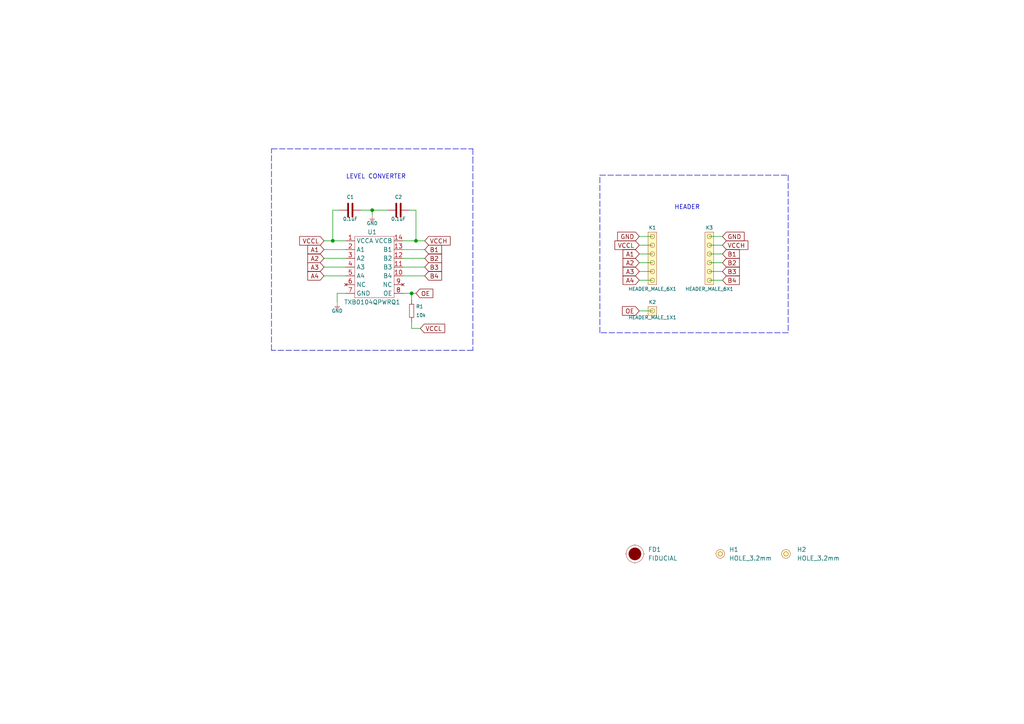
<source format=kicad_sch>
(kicad_sch (version 20210621) (generator eeschema)

  (uuid b92d3455-ff43-4e94-9eb5-f7f5d82b6c94)

  (paper "A4")

  (title_block
    (title "IC level converter")
    (date "2021-04-21")
    (rev "v1.0.0.")
    (company "SOLDERED")
    (comment 1 "333016")
  )

  (lib_symbols
    (symbol "e-radionica.com schematics:0603C" (pin_numbers hide) (pin_names (offset 0.002)) (in_bom yes) (on_board yes)
      (property "Reference" "C" (id 0) (at -0.635 3.175 0)
        (effects (font (size 1 1)))
      )
      (property "Value" "0603C" (id 1) (at 0 -3.175 0)
        (effects (font (size 1 1)))
      )
      (property "Footprint" "e-radionica.com footprinti:0603C" (id 2) (at 0 0 0)
        (effects (font (size 1 1)) hide)
      )
      (property "Datasheet" "" (id 3) (at 0 0 0)
        (effects (font (size 1 1)) hide)
      )
      (symbol "0603C_0_1"
        (polyline
          (pts
            (xy -0.635 1.905)
            (xy -0.635 -1.905)
          )
          (stroke (width 0.5)) (fill (type none))
        )
        (polyline
          (pts
            (xy 0.635 1.905)
            (xy 0.635 -1.905)
          )
          (stroke (width 0.5)) (fill (type none))
        )
      )
      (symbol "0603C_1_1"
        (pin passive line (at -3.175 0 0) (length 2.54)
          (name "~" (effects (font (size 1.27 1.27))))
          (number "1" (effects (font (size 1.27 1.27))))
        )
        (pin passive line (at 3.175 0 180) (length 2.54)
          (name "~" (effects (font (size 1.27 1.27))))
          (number "2" (effects (font (size 1.27 1.27))))
        )
      )
    )
    (symbol "e-radionica.com schematics:0603R" (pin_numbers hide) (pin_names (offset 0.254)) (in_bom yes) (on_board yes)
      (property "Reference" "R" (id 0) (at -1.905 1.905 0)
        (effects (font (size 1 1)))
      )
      (property "Value" "0603R" (id 1) (at 0 -1.905 0)
        (effects (font (size 1 1)))
      )
      (property "Footprint" "e-radionica.com footprinti:0603R" (id 2) (at -0.635 1.905 0)
        (effects (font (size 1 1)) hide)
      )
      (property "Datasheet" "" (id 3) (at -0.635 1.905 0)
        (effects (font (size 1 1)) hide)
      )
      (symbol "0603R_0_1"
        (rectangle (start -1.905 -0.635) (end 1.905 -0.6604)
          (stroke (width 0.1)) (fill (type none))
        )
        (rectangle (start -1.905 0.635) (end -1.8796 -0.635)
          (stroke (width 0.1)) (fill (type none))
        )
        (rectangle (start -1.905 0.635) (end 1.905 0.6096)
          (stroke (width 0.1)) (fill (type none))
        )
        (rectangle (start 1.905 0.635) (end 1.9304 -0.635)
          (stroke (width 0.1)) (fill (type none))
        )
      )
      (symbol "0603R_1_1"
        (pin passive line (at -3.175 0 0) (length 1.27)
          (name "~" (effects (font (size 1.27 1.27))))
          (number "1" (effects (font (size 1.27 1.27))))
        )
        (pin passive line (at 3.175 0 180) (length 1.27)
          (name "~" (effects (font (size 1.27 1.27))))
          (number "2" (effects (font (size 1.27 1.27))))
        )
      )
    )
    (symbol "e-radionica.com schematics:FIDUCIAL" (in_bom yes) (on_board yes)
      (property "Reference" "FD" (id 0) (at 0 3.81 0)
        (effects (font (size 1.27 1.27)))
      )
      (property "Value" "FIDUCIAL" (id 1) (at 0 -3.81 0)
        (effects (font (size 1.27 1.27)))
      )
      (property "Footprint" "e-radionica.com footprinti:FIDUCIAL_23" (id 2) (at 0.254 -5.334 0)
        (effects (font (size 1.27 1.27)) hide)
      )
      (property "Datasheet" "" (id 3) (at 0 0 0)
        (effects (font (size 1.27 1.27)) hide)
      )
      (symbol "FIDUCIAL_0_1"
        (circle (center 0 0) (radius 2.54) (stroke (width 0.0006)) (fill (type none)))
        (circle (center 0 0) (radius 1.7961) (stroke (width 0.001)) (fill (type outline)))
        (polyline
          (pts
            (xy -2.54 0)
            (xy -2.794 0)
          )
          (stroke (width 0.0006)) (fill (type none))
        )
        (polyline
          (pts
            (xy 0 -2.54)
            (xy 0 -2.794)
          )
          (stroke (width 0.0006)) (fill (type none))
        )
        (polyline
          (pts
            (xy 0 2.54)
            (xy 0 2.794)
          )
          (stroke (width 0.0006)) (fill (type none))
        )
        (polyline
          (pts
            (xy 2.54 0)
            (xy 2.794 0)
          )
          (stroke (width 0.0006)) (fill (type none))
        )
      )
    )
    (symbol "e-radionica.com schematics:GND" (power) (pin_names (offset 0)) (in_bom yes) (on_board yes)
      (property "Reference" "#PWR" (id 0) (at 4.445 0 0)
        (effects (font (size 1 1)) hide)
      )
      (property "Value" "GND" (id 1) (at 0 -2.921 0)
        (effects (font (size 1 1)))
      )
      (property "Footprint" "" (id 2) (at 4.445 3.81 0)
        (effects (font (size 1 1)) hide)
      )
      (property "Datasheet" "" (id 3) (at 4.445 3.81 0)
        (effects (font (size 1 1)) hide)
      )
      (property "ki_keywords" "power-flag" (id 4) (at 0 0 0)
        (effects (font (size 1.27 1.27)) hide)
      )
      (property "ki_description" "Power symbol creates a global label with name \"+3V3\"" (id 5) (at 0 0 0)
        (effects (font (size 1.27 1.27)) hide)
      )
      (symbol "GND_0_1"
        (polyline
          (pts
            (xy -0.762 -1.27)
            (xy 0.762 -1.27)
          )
          (stroke (width 0.0006)) (fill (type none))
        )
        (polyline
          (pts
            (xy -0.635 -1.524)
            (xy 0.635 -1.524)
          )
          (stroke (width 0.0006)) (fill (type none))
        )
        (polyline
          (pts
            (xy -0.381 -1.778)
            (xy 0.381 -1.778)
          )
          (stroke (width 0.0006)) (fill (type none))
        )
        (polyline
          (pts
            (xy -0.127 -2.032)
            (xy 0.127 -2.032)
          )
          (stroke (width 0.0006)) (fill (type none))
        )
        (polyline
          (pts
            (xy 0 0)
            (xy 0 -1.27)
          )
          (stroke (width 0.0006)) (fill (type none))
        )
      )
      (symbol "GND_1_1"
        (pin power_in line (at 0 0 270) (length 0) hide
          (name "GND" (effects (font (size 1.27 1.27))))
          (number "1" (effects (font (size 1.27 1.27))))
        )
      )
    )
    (symbol "e-radionica.com schematics:HEADER_MALE_1X1" (pin_numbers hide) (pin_names hide) (in_bom yes) (on_board yes)
      (property "Reference" "K" (id 0) (at -0.635 2.54 0)
        (effects (font (size 1 1)))
      )
      (property "Value" "HEADER_MALE_1X1" (id 1) (at 0 -2.54 0)
        (effects (font (size 1 1)))
      )
      (property "Footprint" "e-radionica.com footprinti:HEADER_MALE_1X1" (id 2) (at 0 0 0)
        (effects (font (size 1 1)) hide)
      )
      (property "Datasheet" "" (id 3) (at 0 0 0)
        (effects (font (size 1 1)) hide)
      )
      (symbol "HEADER_MALE_1X1_0_1"
        (circle (center 0 0) (radius 0.635) (stroke (width 0.0006)) (fill (type none)))
        (rectangle (start -1.27 1.27) (end 1.27 -1.27)
          (stroke (width 0.001)) (fill (type background))
        )
      )
      (symbol "HEADER_MALE_1X1_1_1"
        (pin passive line (at 0 0 180) (length 0)
          (name "~" (effects (font (size 1 1))))
          (number "1" (effects (font (size 1 1))))
        )
      )
    )
    (symbol "e-radionica.com schematics:HEADER_MALE_6X1" (pin_numbers hide) (pin_names hide) (in_bom yes) (on_board yes)
      (property "Reference" "K" (id 0) (at -0.635 10.16 0)
        (effects (font (size 1 1)))
      )
      (property "Value" "HEADER_MALE_6X1" (id 1) (at 1.27 -7.62 0)
        (effects (font (size 1 1)))
      )
      (property "Footprint" "e-radionica.com footprinti:HEADER_MALE_6X1" (id 2) (at 0 0 0)
        (effects (font (size 1 1)) hide)
      )
      (property "Datasheet" "" (id 3) (at 0 0 0)
        (effects (font (size 1 1)) hide)
      )
      (symbol "HEADER_MALE_6X1_0_1"
        (circle (center 0 -5.08) (radius 0.635) (stroke (width 0.0006)) (fill (type none)))
        (circle (center 0 -2.54) (radius 0.635) (stroke (width 0.0006)) (fill (type none)))
        (circle (center 0 0) (radius 0.635) (stroke (width 0.0006)) (fill (type none)))
        (circle (center 0 2.54) (radius 0.635) (stroke (width 0.0006)) (fill (type none)))
        (circle (center 0 5.08) (radius 0.635) (stroke (width 0.0006)) (fill (type none)))
        (circle (center 0 7.62) (radius 0.635) (stroke (width 0.0006)) (fill (type none)))
        (rectangle (start 1.27 -6.35) (end -1.27 8.89)
          (stroke (width 0.001)) (fill (type background))
        )
      )
      (symbol "HEADER_MALE_6X1_1_1"
        (pin passive line (at 0 -5.08 180) (length 0)
          (name "~" (effects (font (size 0.991 0.991))))
          (number "1" (effects (font (size 0.991 0.991))))
        )
        (pin passive line (at 0 -2.54 180) (length 0)
          (name "~" (effects (font (size 0.991 0.991))))
          (number "2" (effects (font (size 0.991 0.991))))
        )
        (pin passive line (at 0 0 180) (length 0)
          (name "~" (effects (font (size 0.991 0.991))))
          (number "3" (effects (font (size 0.991 0.991))))
        )
        (pin passive line (at 0 2.54 180) (length 0)
          (name "~" (effects (font (size 0.991 0.991))))
          (number "4" (effects (font (size 0.991 0.991))))
        )
        (pin passive line (at 0 5.08 180) (length 0)
          (name "~" (effects (font (size 0.991 0.991))))
          (number "5" (effects (font (size 0.991 0.991))))
        )
        (pin passive line (at 0 7.62 180) (length 0)
          (name "~" (effects (font (size 0.991 0.991))))
          (number "6" (effects (font (size 0.991 0.991))))
        )
      )
    )
    (symbol "e-radionica.com schematics:HOLE_3.2mm" (pin_numbers hide) (pin_names hide) (in_bom yes) (on_board yes)
      (property "Reference" "H" (id 0) (at 0 2.54 0)
        (effects (font (size 1.27 1.27)))
      )
      (property "Value" "HOLE_3.2mm" (id 1) (at 0 -2.54 0)
        (effects (font (size 1.27 1.27)))
      )
      (property "Footprint" "e-radionica.com footprinti:HOLE_3.2mm" (id 2) (at 0 0 0)
        (effects (font (size 1.27 1.27)) hide)
      )
      (property "Datasheet" "" (id 3) (at 0 0 0)
        (effects (font (size 1.27 1.27)) hide)
      )
      (symbol "HOLE_3.2mm_0_1"
        (circle (center 0 0) (radius 0.635) (stroke (width 0.0006)) (fill (type none)))
        (circle (center 0 0) (radius 1.27) (stroke (width 0.001)) (fill (type background)))
      )
    )
    (symbol "e-radionica.com schematics:TXB0104QPWRQ1" (in_bom yes) (on_board yes)
      (property "Reference" "U" (id 0) (at 0 8.89 0)
        (effects (font (size 1.27 1.27)))
      )
      (property "Value" "TXB0104QPWRQ1" (id 1) (at 0 -11.43 0)
        (effects (font (size 1.27 1.27)))
      )
      (property "Footprint" "e-radionica.com footprinti:TXB0104QPWRQ1" (id 2) (at 0 -13.97 0)
        (effects (font (size 1.27 1.27)) hide)
      )
      (property "Datasheet" "" (id 3) (at 0 0 0)
        (effects (font (size 1.27 1.27)) hide)
      )
      (symbol "TXB0104QPWRQ1_0_1"
        (rectangle (start -5.08 7.62) (end 6.35 -10.16)
          (stroke (width 0.0006)) (fill (type none))
        )
      )
      (symbol "TXB0104QPWRQ1_1_1"
        (pin power_in line (at -7.62 6.35 0) (length 2.54)
          (name "VCCA" (effects (font (size 1.27 1.27))))
          (number "1" (effects (font (size 1.27 1.27))))
        )
        (pin passive line (at 8.89 -3.81 180) (length 2.54)
          (name "B4" (effects (font (size 1.27 1.27))))
          (number "10" (effects (font (size 1.27 1.27))))
        )
        (pin passive line (at 8.89 -1.27 180) (length 2.54)
          (name "B3" (effects (font (size 1.27 1.27))))
          (number "11" (effects (font (size 1.27 1.27))))
        )
        (pin passive line (at 8.89 1.27 180) (length 2.54)
          (name "B2" (effects (font (size 1.27 1.27))))
          (number "12" (effects (font (size 1.27 1.27))))
        )
        (pin passive line (at 8.89 3.81 180) (length 2.54)
          (name "B1" (effects (font (size 1.27 1.27))))
          (number "13" (effects (font (size 1.27 1.27))))
        )
        (pin power_out line (at 8.89 6.35 180) (length 2.54)
          (name "VCCB" (effects (font (size 1.27 1.27))))
          (number "14" (effects (font (size 1.27 1.27))))
        )
        (pin passive line (at -7.62 3.81 0) (length 2.54)
          (name "A1" (effects (font (size 1.27 1.27))))
          (number "2" (effects (font (size 1.27 1.27))))
        )
        (pin passive line (at -7.62 1.27 0) (length 2.54)
          (name "A2" (effects (font (size 1.27 1.27))))
          (number "3" (effects (font (size 1.27 1.27))))
        )
        (pin passive line (at -7.62 -1.27 0) (length 2.54)
          (name "A3" (effects (font (size 1.27 1.27))))
          (number "4" (effects (font (size 1.27 1.27))))
        )
        (pin passive line (at -7.62 -3.81 0) (length 2.54)
          (name "A4" (effects (font (size 1.27 1.27))))
          (number "5" (effects (font (size 1.27 1.27))))
        )
        (pin no_connect line (at -7.62 -6.35 0) (length 2.54)
          (name "NC" (effects (font (size 1.27 1.27))))
          (number "6" (effects (font (size 1.27 1.27))))
        )
        (pin passive line (at -7.62 -8.89 0) (length 2.54)
          (name "GND" (effects (font (size 1.27 1.27))))
          (number "7" (effects (font (size 1.27 1.27))))
        )
        (pin passive line (at 8.89 -8.89 180) (length 2.54)
          (name "OE" (effects (font (size 1.27 1.27))))
          (number "8" (effects (font (size 1.27 1.27))))
        )
        (pin no_connect line (at 8.89 -6.35 180) (length 2.54)
          (name "NC" (effects (font (size 1.27 1.27))))
          (number "9" (effects (font (size 1.27 1.27))))
        )
      )
    )
  )

  (junction (at 96.52 69.85) (diameter 0.9144) (color 0 0 0 0))
  (junction (at 107.95 60.96) (diameter 0.9144) (color 0 0 0 0))
  (junction (at 119.38 85.09) (diameter 0.9144) (color 0 0 0 0))
  (junction (at 120.65 69.85) (diameter 0.9144) (color 0 0 0 0))

  (wire (pts (xy 93.98 72.39) (xy 100.33 72.39))
    (stroke (width 0) (type solid) (color 0 0 0 0))
    (uuid 4551dd1e-f383-49fb-822d-382bcc5ba079)
  )
  (wire (pts (xy 93.98 74.93) (xy 100.33 74.93))
    (stroke (width 0) (type solid) (color 0 0 0 0))
    (uuid 4c401285-a8cc-4d34-88a5-e98994a5550d)
  )
  (wire (pts (xy 93.98 77.47) (xy 100.33 77.47))
    (stroke (width 0) (type solid) (color 0 0 0 0))
    (uuid 202633ac-e6e7-4f46-a760-390c99b04637)
  )
  (wire (pts (xy 93.98 80.01) (xy 100.33 80.01))
    (stroke (width 0) (type solid) (color 0 0 0 0))
    (uuid 8614b4e7-7aef-4756-9422-20768361d933)
  )
  (wire (pts (xy 96.52 60.96) (xy 96.52 69.85))
    (stroke (width 0) (type solid) (color 0 0 0 0))
    (uuid fb1480f1-695c-468d-85b4-591bd2711a5e)
  )
  (wire (pts (xy 96.52 60.96) (xy 98.425 60.96))
    (stroke (width 0) (type solid) (color 0 0 0 0))
    (uuid 1a87c123-a658-4098-b2c1-cc9cc8ecd348)
  )
  (wire (pts (xy 96.52 69.85) (xy 93.98 69.85))
    (stroke (width 0) (type solid) (color 0 0 0 0))
    (uuid fb1480f1-695c-468d-85b4-591bd2711a5e)
  )
  (wire (pts (xy 96.52 69.85) (xy 100.33 69.85))
    (stroke (width 0) (type solid) (color 0 0 0 0))
    (uuid 60db580b-d63e-4f88-b96e-76e97acd174e)
  )
  (wire (pts (xy 97.79 85.09) (xy 97.79 87.63))
    (stroke (width 0) (type solid) (color 0 0 0 0))
    (uuid 2d704423-3b15-4e20-a692-567ed9c66bf3)
  )
  (wire (pts (xy 100.33 85.09) (xy 97.79 85.09))
    (stroke (width 0) (type solid) (color 0 0 0 0))
    (uuid 2d704423-3b15-4e20-a692-567ed9c66bf3)
  )
  (wire (pts (xy 104.775 60.96) (xy 107.95 60.96))
    (stroke (width 0) (type solid) (color 0 0 0 0))
    (uuid 32856f45-ff00-4e47-b23c-3b7a07ec3952)
  )
  (wire (pts (xy 107.95 60.96) (xy 107.95 62.23))
    (stroke (width 0) (type solid) (color 0 0 0 0))
    (uuid 4cb46c2b-2130-453b-96a4-4b761a87bee2)
  )
  (wire (pts (xy 112.395 60.96) (xy 107.95 60.96))
    (stroke (width 0) (type solid) (color 0 0 0 0))
    (uuid 4cb46c2b-2130-453b-96a4-4b761a87bee2)
  )
  (wire (pts (xy 116.84 69.85) (xy 120.65 69.85))
    (stroke (width 0) (type solid) (color 0 0 0 0))
    (uuid 4ba19037-dfb3-468c-b125-1369432d3173)
  )
  (wire (pts (xy 116.84 72.39) (xy 123.19 72.39))
    (stroke (width 0) (type solid) (color 0 0 0 0))
    (uuid 57b04498-b57a-4831-8cc8-dda9f822e87a)
  )
  (wire (pts (xy 116.84 74.93) (xy 123.19 74.93))
    (stroke (width 0) (type solid) (color 0 0 0 0))
    (uuid 267a8733-f9a3-432f-940b-edefd826fb63)
  )
  (wire (pts (xy 116.84 77.47) (xy 123.19 77.47))
    (stroke (width 0) (type solid) (color 0 0 0 0))
    (uuid 2c7a98c1-0bca-422e-8af8-bee489b8d492)
  )
  (wire (pts (xy 116.84 80.01) (xy 123.19 80.01))
    (stroke (width 0) (type solid) (color 0 0 0 0))
    (uuid ca1196e8-6333-4871-8e4c-602f76336079)
  )
  (wire (pts (xy 116.84 85.09) (xy 119.38 85.09))
    (stroke (width 0) (type solid) (color 0 0 0 0))
    (uuid 86e0c7ac-fc8e-4ad0-af0d-9d04646af318)
  )
  (wire (pts (xy 118.745 60.96) (xy 120.65 60.96))
    (stroke (width 0) (type solid) (color 0 0 0 0))
    (uuid 08037e00-239d-44e0-ac5b-47db2a8353af)
  )
  (wire (pts (xy 119.38 85.09) (xy 119.38 86.995))
    (stroke (width 0) (type solid) (color 0 0 0 0))
    (uuid 86e0c7ac-fc8e-4ad0-af0d-9d04646af318)
  )
  (wire (pts (xy 119.38 85.09) (xy 120.65 85.09))
    (stroke (width 0) (type solid) (color 0 0 0 0))
    (uuid 9d2b7cfb-8182-4760-b5f9-47afa45c758c)
  )
  (wire (pts (xy 119.38 93.345) (xy 119.38 95.25))
    (stroke (width 0) (type solid) (color 0 0 0 0))
    (uuid 0d6f86c1-924f-4cc9-8be3-d97e13daf9ad)
  )
  (wire (pts (xy 119.38 95.25) (xy 121.92 95.25))
    (stroke (width 0) (type solid) (color 0 0 0 0))
    (uuid 9eeae554-4ea4-40e3-a8f7-34040b634a27)
  )
  (wire (pts (xy 120.65 60.96) (xy 120.65 69.85))
    (stroke (width 0) (type solid) (color 0 0 0 0))
    (uuid 08037e00-239d-44e0-ac5b-47db2a8353af)
  )
  (wire (pts (xy 120.65 69.85) (xy 123.19 69.85))
    (stroke (width 0) (type solid) (color 0 0 0 0))
    (uuid 4ba19037-dfb3-468c-b125-1369432d3173)
  )
  (wire (pts (xy 185.42 68.58) (xy 189.23 68.58))
    (stroke (width 0) (type solid) (color 0 0 0 0))
    (uuid 3cfdce38-9279-4873-a40d-5d81f0a312d5)
  )
  (wire (pts (xy 185.42 71.12) (xy 189.23 71.12))
    (stroke (width 0) (type solid) (color 0 0 0 0))
    (uuid ca2ab8ff-6fbf-4aa3-97e8-b56999720c23)
  )
  (wire (pts (xy 185.42 73.66) (xy 189.23 73.66))
    (stroke (width 0) (type solid) (color 0 0 0 0))
    (uuid 9b92b5db-8291-4cce-9aeb-c7ba44e5d954)
  )
  (wire (pts (xy 185.42 76.2) (xy 189.23 76.2))
    (stroke (width 0) (type solid) (color 0 0 0 0))
    (uuid 859da3d2-62a9-41ac-bc4f-4544c473efa7)
  )
  (wire (pts (xy 185.42 78.74) (xy 189.23 78.74))
    (stroke (width 0) (type solid) (color 0 0 0 0))
    (uuid 0d2a2b8e-9bbe-43a5-8da1-420d39b3b54e)
  )
  (wire (pts (xy 185.42 81.28) (xy 189.23 81.28))
    (stroke (width 0) (type solid) (color 0 0 0 0))
    (uuid fc7e881b-0b33-48f3-ad9c-49824c18d085)
  )
  (wire (pts (xy 185.42 90.17) (xy 189.23 90.17))
    (stroke (width 0) (type solid) (color 0 0 0 0))
    (uuid dccb9578-e735-4e8f-8c88-3a4c084ad192)
  )
  (wire (pts (xy 205.74 68.58) (xy 209.55 68.58))
    (stroke (width 0) (type solid) (color 0 0 0 0))
    (uuid 6992a737-d864-44cf-8439-cfd781176884)
  )
  (wire (pts (xy 205.74 71.12) (xy 209.55 71.12))
    (stroke (width 0) (type solid) (color 0 0 0 0))
    (uuid 1a7a8465-18b0-4c53-8328-7c10608db5a9)
  )
  (wire (pts (xy 205.74 73.66) (xy 209.55 73.66))
    (stroke (width 0) (type solid) (color 0 0 0 0))
    (uuid c662a511-65a5-4706-b3a7-134ecaf204d8)
  )
  (wire (pts (xy 205.74 76.2) (xy 209.55 76.2))
    (stroke (width 0) (type solid) (color 0 0 0 0))
    (uuid b50a352c-008d-4418-9296-4ec10dcea641)
  )
  (wire (pts (xy 205.74 78.74) (xy 209.55 78.74))
    (stroke (width 0) (type solid) (color 0 0 0 0))
    (uuid af9d1d60-4320-4da0-94b8-832995557ddc)
  )
  (wire (pts (xy 205.74 81.28) (xy 209.55 81.28))
    (stroke (width 0) (type solid) (color 0 0 0 0))
    (uuid e9392ccc-df5d-4e19-8a16-32bd02b07a6e)
  )
  (polyline (pts (xy 78.74 43.18) (xy 137.16 43.18))
    (stroke (width 0) (type dash) (color 0 0 0 0))
    (uuid 21a542c6-5454-4e12-9abd-f343748beabd)
  )
  (polyline (pts (xy 78.74 101.6) (xy 78.74 43.18))
    (stroke (width 0) (type dash) (color 0 0 0 0))
    (uuid 21a542c6-5454-4e12-9abd-f343748beabd)
  )
  (polyline (pts (xy 137.16 43.18) (xy 137.16 45.72))
    (stroke (width 0) (type dash) (color 0 0 0 0))
    (uuid 21a542c6-5454-4e12-9abd-f343748beabd)
  )
  (polyline (pts (xy 137.16 45.72) (xy 137.16 101.6))
    (stroke (width 0) (type dash) (color 0 0 0 0))
    (uuid 21a542c6-5454-4e12-9abd-f343748beabd)
  )
  (polyline (pts (xy 137.16 101.6) (xy 78.74 101.6))
    (stroke (width 0) (type dash) (color 0 0 0 0))
    (uuid 21a542c6-5454-4e12-9abd-f343748beabd)
  )
  (polyline (pts (xy 173.99 50.8) (xy 228.6 50.8))
    (stroke (width 0) (type dash) (color 0 0 0 0))
    (uuid c33f8c79-ce85-4a1d-845b-5efd21ec0d6c)
  )
  (polyline (pts (xy 173.99 96.52) (xy 173.99 50.8))
    (stroke (width 0) (type dash) (color 0 0 0 0))
    (uuid c33f8c79-ce85-4a1d-845b-5efd21ec0d6c)
  )
  (polyline (pts (xy 228.6 50.8) (xy 228.6 96.52))
    (stroke (width 0) (type dash) (color 0 0 0 0))
    (uuid c33f8c79-ce85-4a1d-845b-5efd21ec0d6c)
  )
  (polyline (pts (xy 228.6 96.52) (xy 173.99 96.52))
    (stroke (width 0) (type dash) (color 0 0 0 0))
    (uuid c33f8c79-ce85-4a1d-845b-5efd21ec0d6c)
  )

  (text "LEVEL CONVERTER" (at 100.33 52.07 0)
    (effects (font (size 1.27 1.27)) (justify left bottom))
    (uuid eff462b6-895e-4bef-9733-2aae7d032f07)
  )
  (text "HEADER" (at 195.58 60.96 0)
    (effects (font (size 1.27 1.27)) (justify left bottom))
    (uuid 92078b2f-8484-4cfa-8955-6027603b9f21)
  )

  (global_label "VCCL" (shape input) (at 93.98 69.85 180)
    (effects (font (size 1.27 1.27)) (justify right))
    (uuid 577863d0-9467-4dd6-a757-8caec4db228e)
    (property "Intersheet References" "${INTERSHEET_REFS}" (id 0) (at 85.3862 69.7706 0)
      (effects (font (size 1.27 1.27)) (justify right) hide)
    )
  )
  (global_label "A1" (shape input) (at 93.98 72.39 180)
    (effects (font (size 1.27 1.27)) (justify right))
    (uuid ef73e620-2e0c-4790-94b4-e9fd3442ce9e)
    (property "Intersheet References" "${INTERSHEET_REFS}" (id 0) (at 87.7448 72.3106 0)
      (effects (font (size 1.27 1.27)) (justify right) hide)
    )
  )
  (global_label "A2" (shape input) (at 93.98 74.93 180)
    (effects (font (size 1.27 1.27)) (justify right))
    (uuid 99daf828-034c-442a-a2dc-203e61a36205)
    (property "Intersheet References" "${INTERSHEET_REFS}" (id 0) (at 87.7448 74.8506 0)
      (effects (font (size 1.27 1.27)) (justify right) hide)
    )
  )
  (global_label "A3" (shape input) (at 93.98 77.47 180)
    (effects (font (size 1.27 1.27)) (justify right))
    (uuid b5ff50d2-7b29-4177-b2f7-a1d4ae7751b9)
    (property "Intersheet References" "${INTERSHEET_REFS}" (id 0) (at 87.7448 77.3906 0)
      (effects (font (size 1.27 1.27)) (justify right) hide)
    )
  )
  (global_label "A4" (shape input) (at 93.98 80.01 180)
    (effects (font (size 1.27 1.27)) (justify right))
    (uuid 2219c41e-8ef5-4d1f-bc4b-46f87a4c081b)
    (property "Intersheet References" "${INTERSHEET_REFS}" (id 0) (at 87.7448 79.9306 0)
      (effects (font (size 1.27 1.27)) (justify right) hide)
    )
  )
  (global_label "OE" (shape input) (at 120.65 85.09 0)
    (effects (font (size 1.27 1.27)) (justify left))
    (uuid 5cdc9145-b66f-4c58-af5e-e45498fc350e)
    (property "Intersheet References" "${INTERSHEET_REFS}" (id 0) (at 127.0666 85.0106 0)
      (effects (font (size 1.27 1.27)) (justify left) hide)
    )
  )
  (global_label "VCCL" (shape input) (at 121.92 95.25 0)
    (effects (font (size 1.27 1.27)) (justify left))
    (uuid 91cf1ed4-572b-4148-8f4c-be7d70b0f9df)
    (property "Intersheet References" "${INTERSHEET_REFS}" (id 0) (at 130.5138 95.3294 0)
      (effects (font (size 1.27 1.27)) (justify left) hide)
    )
  )
  (global_label "VCCH" (shape input) (at 123.19 69.85 0)
    (effects (font (size 1.27 1.27)) (justify left))
    (uuid a7ee79a0-abe4-45f8-a120-49c5991acd8a)
    (property "Intersheet References" "${INTERSHEET_REFS}" (id 0) (at 132.0861 69.7706 0)
      (effects (font (size 1.27 1.27)) (justify left) hide)
    )
  )
  (global_label "B1" (shape input) (at 123.19 72.39 0)
    (effects (font (size 1.27 1.27)) (justify left))
    (uuid a3f38751-9b43-4b0c-8f86-233d09957a68)
    (property "Intersheet References" "${INTERSHEET_REFS}" (id 0) (at 129.6066 72.3106 0)
      (effects (font (size 1.27 1.27)) (justify left) hide)
    )
  )
  (global_label "B2" (shape input) (at 123.19 74.93 0)
    (effects (font (size 1.27 1.27)) (justify left))
    (uuid 773ec75f-1efc-4309-aede-1f824e54d184)
    (property "Intersheet References" "${INTERSHEET_REFS}" (id 0) (at 129.6066 74.8506 0)
      (effects (font (size 1.27 1.27)) (justify left) hide)
    )
  )
  (global_label "B3" (shape input) (at 123.19 77.47 0)
    (effects (font (size 1.27 1.27)) (justify left))
    (uuid 349ee487-1783-4f62-8eb0-469a4fd66cb5)
    (property "Intersheet References" "${INTERSHEET_REFS}" (id 0) (at 129.6066 77.3906 0)
      (effects (font (size 1.27 1.27)) (justify left) hide)
    )
  )
  (global_label "B4" (shape input) (at 123.19 80.01 0)
    (effects (font (size 1.27 1.27)) (justify left))
    (uuid 5ca717f8-0eb4-4d8f-9690-c0235df247d4)
    (property "Intersheet References" "${INTERSHEET_REFS}" (id 0) (at 129.6066 79.9306 0)
      (effects (font (size 1.27 1.27)) (justify left) hide)
    )
  )
  (global_label "GND" (shape input) (at 185.42 68.58 180)
    (effects (font (size 1.27 1.27)) (justify right))
    (uuid 629b68fd-a11e-4218-a985-b030ce409f9c)
    (property "Intersheet References" "${INTERSHEET_REFS}" (id 0) (at 177.6124 68.6594 0)
      (effects (font (size 1.27 1.27)) (justify right) hide)
    )
  )
  (global_label "VCCL" (shape input) (at 185.42 71.12 180)
    (effects (font (size 1.27 1.27)) (justify right))
    (uuid 8da2f5c5-0291-4681-8099-272450c79568)
    (property "Intersheet References" "${INTERSHEET_REFS}" (id 0) (at 176.8262 71.0406 0)
      (effects (font (size 1.27 1.27)) (justify right) hide)
    )
  )
  (global_label "A1" (shape input) (at 185.42 73.66 180)
    (effects (font (size 1.27 1.27)) (justify right))
    (uuid c757bc98-a55d-4390-858b-4754231ed268)
    (property "Intersheet References" "${INTERSHEET_REFS}" (id 0) (at 179.1848 73.5806 0)
      (effects (font (size 1.27 1.27)) (justify right) hide)
    )
  )
  (global_label "A2" (shape input) (at 185.42 76.2 180)
    (effects (font (size 1.27 1.27)) (justify right))
    (uuid 6aacb6da-41da-40d0-8eb7-3cc2a8ba1e7f)
    (property "Intersheet References" "${INTERSHEET_REFS}" (id 0) (at 179.1848 76.1206 0)
      (effects (font (size 1.27 1.27)) (justify right) hide)
    )
  )
  (global_label "A3" (shape input) (at 185.42 78.74 180)
    (effects (font (size 1.27 1.27)) (justify right))
    (uuid 4544eb3d-ab4c-4df8-bd1e-b7d8b8f7c497)
    (property "Intersheet References" "${INTERSHEET_REFS}" (id 0) (at 179.1848 78.6606 0)
      (effects (font (size 1.27 1.27)) (justify right) hide)
    )
  )
  (global_label "A4" (shape input) (at 185.42 81.28 180)
    (effects (font (size 1.27 1.27)) (justify right))
    (uuid e37339da-b11c-43dc-aa1a-7e03aff76c51)
    (property "Intersheet References" "${INTERSHEET_REFS}" (id 0) (at 179.1848 81.2006 0)
      (effects (font (size 1.27 1.27)) (justify right) hide)
    )
  )
  (global_label "OE" (shape input) (at 185.42 90.17 180)
    (effects (font (size 1.27 1.27)) (justify right))
    (uuid c16022a7-16cb-461e-a2d8-97c38547407c)
    (property "Intersheet References" "${INTERSHEET_REFS}" (id 0) (at 179.0034 90.2494 0)
      (effects (font (size 1.27 1.27)) (justify right) hide)
    )
  )
  (global_label "GND" (shape input) (at 209.55 68.58 0)
    (effects (font (size 1.27 1.27)) (justify left))
    (uuid b4e2c7ea-a1de-498c-9bf8-30c9991b42e2)
    (property "Intersheet References" "${INTERSHEET_REFS}" (id 0) (at 217.3576 68.5006 0)
      (effects (font (size 1.27 1.27)) (justify left) hide)
    )
  )
  (global_label "VCCH" (shape input) (at 209.55 71.12 0)
    (effects (font (size 1.27 1.27)) (justify left))
    (uuid 3a656b04-2b44-40ce-9953-876211996fc8)
    (property "Intersheet References" "${INTERSHEET_REFS}" (id 0) (at 218.4461 71.0406 0)
      (effects (font (size 1.27 1.27)) (justify left) hide)
    )
  )
  (global_label "B1" (shape input) (at 209.55 73.66 0)
    (effects (font (size 1.27 1.27)) (justify left))
    (uuid 8b1a3698-8bfa-44f6-a745-bd409de072af)
    (property "Intersheet References" "${INTERSHEET_REFS}" (id 0) (at 215.9666 73.5806 0)
      (effects (font (size 1.27 1.27)) (justify left) hide)
    )
  )
  (global_label "B2" (shape input) (at 209.55 76.2 0)
    (effects (font (size 1.27 1.27)) (justify left))
    (uuid 89ae776d-cc52-45a9-834b-9b3b09040d53)
    (property "Intersheet References" "${INTERSHEET_REFS}" (id 0) (at 215.9666 76.1206 0)
      (effects (font (size 1.27 1.27)) (justify left) hide)
    )
  )
  (global_label "B3" (shape input) (at 209.55 78.74 0)
    (effects (font (size 1.27 1.27)) (justify left))
    (uuid 5ba72a34-69ab-4dd7-ac08-4fc10be23708)
    (property "Intersheet References" "${INTERSHEET_REFS}" (id 0) (at 215.9666 78.6606 0)
      (effects (font (size 1.27 1.27)) (justify left) hide)
    )
  )
  (global_label "B4" (shape input) (at 209.55 81.28 0)
    (effects (font (size 1.27 1.27)) (justify left))
    (uuid 8301a2e1-6bb9-465c-af3a-7c322c50fccd)
    (property "Intersheet References" "${INTERSHEET_REFS}" (id 0) (at 215.9666 81.2006 0)
      (effects (font (size 1.27 1.27)) (justify left) hide)
    )
  )

  (symbol (lib_id "e-radionica.com schematics:GND") (at 97.79 87.63 0) (unit 1)
    (in_bom yes) (on_board yes)
    (uuid 89051230-e978-4b70-bb15-bd75dacca771)
    (property "Reference" "#PWR01" (id 0) (at 102.235 87.63 0)
      (effects (font (size 1 1)) hide)
    )
    (property "Value" "GND" (id 1) (at 97.79 90.17 0)
      (effects (font (size 1 1)))
    )
    (property "Footprint" "" (id 2) (at 102.235 83.82 0)
      (effects (font (size 1 1)) hide)
    )
    (property "Datasheet" "" (id 3) (at 102.235 83.82 0)
      (effects (font (size 1 1)) hide)
    )
    (pin "1" (uuid 6ddff08c-c804-4f7f-97fb-0168d04526f4))
  )

  (symbol (lib_id "e-radionica.com schematics:GND") (at 107.95 62.23 0) (unit 1)
    (in_bom yes) (on_board yes)
    (uuid 15ccd8e2-1b1f-4516-8782-de2a939b9ad7)
    (property "Reference" "#PWR02" (id 0) (at 112.395 62.23 0)
      (effects (font (size 1 1)) hide)
    )
    (property "Value" "GND" (id 1) (at 107.95 64.77 0)
      (effects (font (size 1 1)))
    )
    (property "Footprint" "" (id 2) (at 112.395 58.42 0)
      (effects (font (size 1 1)) hide)
    )
    (property "Datasheet" "" (id 3) (at 112.395 58.42 0)
      (effects (font (size 1 1)) hide)
    )
    (pin "1" (uuid 6ddff08c-c804-4f7f-97fb-0168d04526f4))
  )

  (symbol (lib_id "e-radionica.com schematics:HEADER_MALE_1X1") (at 189.23 90.17 0) (unit 1)
    (in_bom yes) (on_board yes)
    (uuid 6fea04c5-97a2-4c52-9476-46ded98a2a72)
    (property "Reference" "K2" (id 0) (at 189.23 87.63 0)
      (effects (font (size 1 1)))
    )
    (property "Value" "HEADER_MALE_1X1" (id 1) (at 189.23 92.075 0)
      (effects (font (size 1 1)))
    )
    (property "Footprint" "e-radionica.com footprinti:HEADER_MALE_1X1" (id 2) (at 189.23 90.17 0)
      (effects (font (size 1 1)) hide)
    )
    (property "Datasheet" "" (id 3) (at 189.23 90.17 0)
      (effects (font (size 1 1)) hide)
    )
    (pin "1" (uuid 92d6ab4e-2396-45c0-abb5-119e69f9f887))
  )

  (symbol (lib_id "e-radionica.com schematics:HOLE_3.2mm") (at 208.915 160.655 0) (unit 1)
    (in_bom yes) (on_board yes)
    (uuid 84c63d72-f47d-49ed-a3ac-5c856c55a73f)
    (property "Reference" "H1" (id 0) (at 211.455 159.385 0)
      (effects (font (size 1.27 1.27)) (justify left))
    )
    (property "Value" "HOLE_3.2mm" (id 1) (at 211.455 161.925 0)
      (effects (font (size 1.27 1.27)) (justify left))
    )
    (property "Footprint" "e-radionica.com footprinti:HOLE_3.2mm" (id 2) (at 208.915 160.655 0)
      (effects (font (size 1.27 1.27)) hide)
    )
    (property "Datasheet" "" (id 3) (at 208.915 160.655 0)
      (effects (font (size 1.27 1.27)) hide)
    )
  )

  (symbol (lib_id "e-radionica.com schematics:HOLE_3.2mm") (at 227.965 160.655 0) (unit 1)
    (in_bom yes) (on_board yes)
    (uuid 5b25ca97-eae6-4c3b-b915-2f1fd111a1d3)
    (property "Reference" "H2" (id 0) (at 231.14 159.385 0)
      (effects (font (size 1.27 1.27)) (justify left))
    )
    (property "Value" "HOLE_3.2mm" (id 1) (at 231.14 161.925 0)
      (effects (font (size 1.27 1.27)) (justify left))
    )
    (property "Footprint" "e-radionica.com footprinti:HOLE_3.2mm" (id 2) (at 227.965 160.655 0)
      (effects (font (size 1.27 1.27)) hide)
    )
    (property "Datasheet" "" (id 3) (at 227.965 160.655 0)
      (effects (font (size 1.27 1.27)) hide)
    )
  )

  (symbol (lib_id "e-radionica.com schematics:0603R") (at 119.38 90.17 90) (unit 1)
    (in_bom yes) (on_board yes)
    (uuid 874f8287-190b-471d-a06f-901ba31521de)
    (property "Reference" "R1" (id 0) (at 120.65 88.9 90)
      (effects (font (size 1 1)) (justify right))
    )
    (property "Value" "10k" (id 1) (at 120.65 91.44 90)
      (effects (font (size 1 1)) (justify right))
    )
    (property "Footprint" "e-radionica.com footprinti:0603R" (id 2) (at 117.475 90.805 0)
      (effects (font (size 1 1)) hide)
    )
    (property "Datasheet" "" (id 3) (at 117.475 90.805 0)
      (effects (font (size 1 1)) hide)
    )
    (pin "1" (uuid 38f223a6-1916-44ba-996f-61a26f229bf9))
    (pin "2" (uuid 44f700e4-d93b-4c65-b15c-8e0e5bf01648))
  )

  (symbol (lib_id "e-radionica.com schematics:0603C") (at 101.6 60.96 0) (unit 1)
    (in_bom yes) (on_board yes)
    (uuid a1c6ea23-4c71-4acf-ad70-5bcbf6668430)
    (property "Reference" "C1" (id 0) (at 101.6 57.15 0)
      (effects (font (size 1 1)))
    )
    (property "Value" "0.1uF" (id 1) (at 101.6 63.5 0)
      (effects (font (size 1 1)))
    )
    (property "Footprint" "e-radionica.com footprinti:0603C" (id 2) (at 101.6 60.96 0)
      (effects (font (size 1 1)) hide)
    )
    (property "Datasheet" "" (id 3) (at 101.6 60.96 0)
      (effects (font (size 1 1)) hide)
    )
    (pin "1" (uuid c0410316-1bc7-4ee5-ae92-3a2ce9bbc710))
    (pin "2" (uuid fb4c43bb-5b57-47ac-b34a-446def152a73))
  )

  (symbol (lib_id "e-radionica.com schematics:0603C") (at 115.57 60.96 0) (unit 1)
    (in_bom yes) (on_board yes)
    (uuid 15585ec5-00ac-4cec-853c-d450488cfcda)
    (property "Reference" "C2" (id 0) (at 115.57 57.15 0)
      (effects (font (size 1 1)))
    )
    (property "Value" "0.1uF" (id 1) (at 115.57 63.5 0)
      (effects (font (size 1 1)))
    )
    (property "Footprint" "e-radionica.com footprinti:0603C" (id 2) (at 115.57 60.96 0)
      (effects (font (size 1 1)) hide)
    )
    (property "Datasheet" "" (id 3) (at 115.57 60.96 0)
      (effects (font (size 1 1)) hide)
    )
    (pin "1" (uuid c0410316-1bc7-4ee5-ae92-3a2ce9bbc710))
    (pin "2" (uuid fb4c43bb-5b57-47ac-b34a-446def152a73))
  )

  (symbol (lib_id "e-radionica.com schematics:FIDUCIAL") (at 184.15 160.655 0) (unit 1)
    (in_bom yes) (on_board yes) (fields_autoplaced)
    (uuid 3914c5fb-2e98-4c97-b412-fc0555f67032)
    (property "Reference" "FD1" (id 0) (at 187.96 159.3849 0)
      (effects (font (size 1.27 1.27)) (justify left))
    )
    (property "Value" "FIDUCIAL" (id 1) (at 187.96 161.9249 0)
      (effects (font (size 1.27 1.27)) (justify left))
    )
    (property "Footprint" "e-radionica.com footprinti:FIDUCIAL_23" (id 2) (at 184.404 165.989 0)
      (effects (font (size 1.27 1.27)) hide)
    )
    (property "Datasheet" "" (id 3) (at 184.15 160.655 0)
      (effects (font (size 1.27 1.27)) hide)
    )
  )

  (symbol (lib_id "e-radionica.com schematics:HEADER_MALE_6X1") (at 189.23 76.2 0) (unit 1)
    (in_bom yes) (on_board yes)
    (uuid 33e9a83d-336c-4cfd-9d4d-08d8375c0c5c)
    (property "Reference" "K1" (id 0) (at 189.23 66.04 0)
      (effects (font (size 1 1)))
    )
    (property "Value" "HEADER_MALE_6X1" (id 1) (at 189.23 83.82 0)
      (effects (font (size 1 1)))
    )
    (property "Footprint" "e-radionica.com footprinti:HEADER_MALE_6X1" (id 2) (at 189.23 76.2 0)
      (effects (font (size 1 1)) hide)
    )
    (property "Datasheet" "" (id 3) (at 189.23 76.2 0)
      (effects (font (size 1 1)) hide)
    )
    (pin "1" (uuid cbcc797d-5e50-4ca1-adec-345a1f45ec45))
    (pin "2" (uuid 20a8a9c0-2398-4408-862d-c8d197a3d960))
    (pin "3" (uuid babbe0f4-3717-48f8-b1bf-5d850dfcca56))
    (pin "4" (uuid f595d142-bb1b-4916-bd6b-f4b10dca2e76))
    (pin "5" (uuid 26692131-2b52-48d6-bc7e-f2c51408252b))
    (pin "6" (uuid 47378b9f-c7e9-4077-a187-c25a9af830a7))
  )

  (symbol (lib_id "e-radionica.com schematics:HEADER_MALE_6X1") (at 205.74 76.2 0) (unit 1)
    (in_bom yes) (on_board yes)
    (uuid e8e3f6a7-cbe4-4d82-bad5-73bb67b50217)
    (property "Reference" "K3" (id 0) (at 205.74 66.04 0)
      (effects (font (size 1 1)))
    )
    (property "Value" "HEADER_MALE_6X1" (id 1) (at 205.74 83.82 0)
      (effects (font (size 1 1)))
    )
    (property "Footprint" "e-radionica.com footprinti:HEADER_MALE_6X1" (id 2) (at 205.74 76.2 0)
      (effects (font (size 1 1)) hide)
    )
    (property "Datasheet" "" (id 3) (at 205.74 76.2 0)
      (effects (font (size 1 1)) hide)
    )
    (pin "1" (uuid 93476da0-a4de-4574-8636-ead87aac2302))
    (pin "2" (uuid 5dad0765-c4d0-4e41-b381-4e7d208c5670))
    (pin "3" (uuid 69edc3f8-24b8-49b9-b6bf-f5f104e148fe))
    (pin "4" (uuid 9b38ae2f-6ea0-4da7-9424-90b16ba0670f))
    (pin "5" (uuid a865c8c7-544c-41ac-a7d7-6a18274dbac5))
    (pin "6" (uuid 644d139c-eaa3-4fbb-a0de-6a1fbeef2512))
  )

  (symbol (lib_id "e-radionica.com schematics:TXB0104QPWRQ1") (at 107.95 76.2 0) (unit 1)
    (in_bom yes) (on_board yes)
    (uuid 7fa5a67f-7c63-4cc5-ba8e-9ac41544b7e4)
    (property "Reference" "U1" (id 0) (at 107.95 67.31 0))
    (property "Value" "TXB0104QPWRQ1" (id 1) (at 107.95 87.63 0))
    (property "Footprint" "e-radionica.com footprinti:TXB0104QPWRQ1" (id 2) (at 107.95 76.2 0)
      (effects (font (size 1.27 1.27)) hide)
    )
    (property "Datasheet" "" (id 3) (at 107.95 76.2 0)
      (effects (font (size 1.27 1.27)) hide)
    )
    (pin "1" (uuid 4a555185-3374-458a-9002-45886f57f7ea))
    (pin "10" (uuid 89aa83af-3043-414d-bae1-94bace2e2964))
    (pin "11" (uuid 2e720adf-2c9f-4568-8c86-755ec27f17b6))
    (pin "12" (uuid 34aa1a00-8064-46d5-8e64-429409aafd62))
    (pin "13" (uuid 08cb2d65-5b7a-40a3-b97f-be16b3e294db))
    (pin "14" (uuid 820f5399-6ac8-4292-b52e-dd40367efbe8))
    (pin "2" (uuid 01b53e16-83a6-456f-85fc-3965ca4dcac7))
    (pin "3" (uuid b6c375b9-7bb8-4dfa-bff4-b31d4bd13780))
    (pin "4" (uuid 54f1c655-bd25-448d-b550-881e43759581))
    (pin "5" (uuid 3c3501f5-7eec-4614-88cb-38984221667a))
    (pin "6" (uuid a9770ae2-f88f-4b7a-a86b-45f69ed4c87e))
    (pin "7" (uuid cb4a7013-f8a0-4fd4-a654-3003f3968453))
    (pin "8" (uuid 3dc14d4b-2d43-4bb9-a80f-6a2ef8f9de18))
    (pin "9" (uuid d2665d7f-781f-4ee2-9290-e70f2a70d60e))
  )

  (sheet_instances
    (path "/" (page "1"))
  )

  (symbol_instances
    (path "/89051230-e978-4b70-bb15-bd75dacca771"
      (reference "#PWR01") (unit 1) (value "GND") (footprint "")
    )
    (path "/15ccd8e2-1b1f-4516-8782-de2a939b9ad7"
      (reference "#PWR02") (unit 1) (value "GND") (footprint "")
    )
    (path "/a1c6ea23-4c71-4acf-ad70-5bcbf6668430"
      (reference "C1") (unit 1) (value "0.1uF") (footprint "e-radionica.com footprinti:0603C")
    )
    (path "/15585ec5-00ac-4cec-853c-d450488cfcda"
      (reference "C2") (unit 1) (value "0.1uF") (footprint "e-radionica.com footprinti:0603C")
    )
    (path "/3914c5fb-2e98-4c97-b412-fc0555f67032"
      (reference "FD1") (unit 1) (value "FIDUCIAL") (footprint "e-radionica.com footprinti:FIDUCIAL_23")
    )
    (path "/84c63d72-f47d-49ed-a3ac-5c856c55a73f"
      (reference "H1") (unit 1) (value "HOLE_3.2mm") (footprint "e-radionica.com footprinti:HOLE_3.2mm")
    )
    (path "/5b25ca97-eae6-4c3b-b915-2f1fd111a1d3"
      (reference "H2") (unit 1) (value "HOLE_3.2mm") (footprint "e-radionica.com footprinti:HOLE_3.2mm")
    )
    (path "/33e9a83d-336c-4cfd-9d4d-08d8375c0c5c"
      (reference "K1") (unit 1) (value "HEADER_MALE_6X1") (footprint "e-radionica.com footprinti:HEADER_MALE_6X1")
    )
    (path "/6fea04c5-97a2-4c52-9476-46ded98a2a72"
      (reference "K2") (unit 1) (value "HEADER_MALE_1X1") (footprint "e-radionica.com footprinti:HEADER_MALE_1X1")
    )
    (path "/e8e3f6a7-cbe4-4d82-bad5-73bb67b50217"
      (reference "K3") (unit 1) (value "HEADER_MALE_6X1") (footprint "e-radionica.com footprinti:HEADER_MALE_6X1")
    )
    (path "/874f8287-190b-471d-a06f-901ba31521de"
      (reference "R1") (unit 1) (value "10k") (footprint "e-radionica.com footprinti:0603R")
    )
    (path "/7fa5a67f-7c63-4cc5-ba8e-9ac41544b7e4"
      (reference "U1") (unit 1) (value "TXB0104QPWRQ1") (footprint "e-radionica.com footprinti:TXB0104QPWRQ1")
    )
  )
)

</source>
